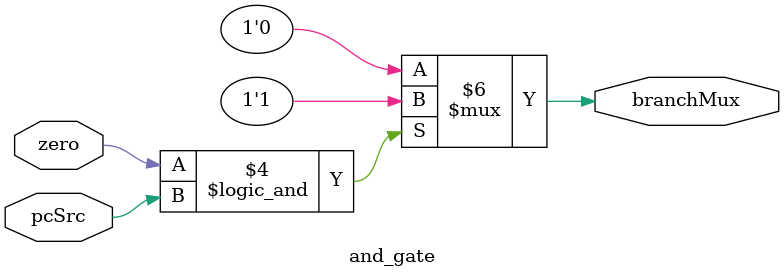
<source format=v>
/*
    simple one-bit and gate implementation.
*/

module and_gate(zero, pcSrc, branchMux);
	input zero, pcSrc;
	output reg branchMux;

	always @ (*) begin
		if ((zero == 1) && (pcSrc == 1)) begin
			branchMux = 1'b1;
		end else begin
			branchMux = 1'b0;
		end
	end

endmodule

/* ************************************************************
// ***************** and_gate testbench for testing/debugging
// ************************************************************
module and_gate_tb();
	reg zero_tb;
	reg pcSrc_tb;
	wire branchMux_tb;

	initial begin
		$display("AndGate Testbench");
		zero_tb = 1;
		pcSrc_tb = 1;
		#1
		$display("%h, %h --> %h", zero_tb, pcSrc_tb, branchMux_tb);


		$finish;
	end


	and_gate and_gate(zero_tb, pcSrc_tb, branchMux_tb);
endmodule
*/
</source>
